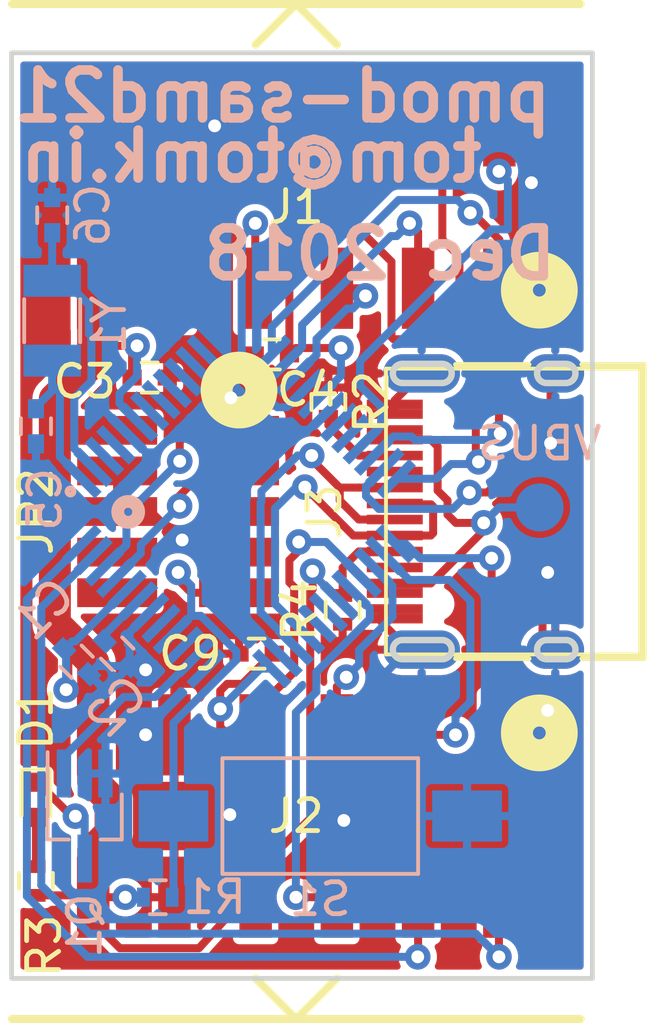
<source format=kicad_pcb>
(kicad_pcb (version 20171130) (host pcbnew 5.0.1)
  (layers (0 F.Cu signal) (31 B.Cu signal) (34 B.Paste user) (35 F.Paste user) (36 B.SilkS user) (37 F.SilkS user) (38 B.Mask user hide) (39 F.Mask user hide) (44 Edge.Cuts user))
  (net 0 "")
  (net 1 GND)
  (net 2 +3V3)
  (net 3 "Net-(C2-Pad1)")
  (net 4 "Net-(C5-Pad2)")
  (net 5 "Net-(C6-Pad1)")
  (net 6 /SER2_0)
  (net 7 /SER0_0)
  (net 8 /SER2_1)
  (net 9 /SER0_1)
  (net 10 /SER2_2)
  (net 11 /SER0_2)
  (net 12 /SER2_3)
  (net 13 /SER0_3)
  (net 14 /SER5_3)
  (net 15 /SER1_3)
  (net 16 /SER5_2)
  (net 17 /SER1_2)
  (net 18 /SER5_1)
  (net 19 /SER1_1)
  (net 20 /SER5_0)
  (net 21 /SER1_0)
  (net 22 /~RESET)
  (net 23 /SWCLK)
  (net 24 /SWDIO)
  (net 25 /BLUE_LED)
  (net 26 /USB_D+)
  (net 27 /USB_D-)
  (net 28 VBUS)
  (net 29 "Net-(D1-Pad1)")
  (net 30 "Net-(D1-Pad2)")
  (net 31 "Net-(J3-PadB5)")
  (net 32 "Net-(J3-PadA5)")
  (module tom-connectors:USB_C_Receptacle_GT-USB-7010 (layer F.Cu) (at 157.88 149.225 90)
    (fp_text reference J3 (at 0 -5.35 90) (layer F.SilkS))
    (fp_text value USB_C_Receptacle_USB2.0 hide)
    (fp_line (start 4.02 1.62) (end 4.02 2.22) (layer Edge.Cuts) (width 0.2))
    (fp_line (start 4.62 1.6) (end 4.62 2.2) (layer Edge.Cuts) (width 0.2))
    (fp_line (start -4.02 1.6) (end -4.02 2.2) (layer Edge.Cuts) (width 0.2))
    (fp_line (start -4.62 1.6) (end -4.62 2.2) (layer Edge.Cuts) (width 0.2))
    (fp_line (start 4.62 -2.91) (end 4.62 -1.67) (layer Edge.Cuts) (width 0.2))
    (fp_arc (start 4.32 -1.67) (end 4.62 -1.67) (angle 180) (layer Edge.Cuts) (width 0.2))
    (fp_line (start 4.02 -2.91) (end 4.02 -1.67) (layer Edge.Cuts) (width 0.2))
    (fp_arc (start 4.32 -2.91) (end 4.02 -2.91) (angle 180) (layer Edge.Cuts) (width 0.2))
    (fp_arc (start -4.32 -2.91) (end -4.62 -2.91) (angle 180) (layer Edge.Cuts) (width 0.2))
    (fp_arc (start -4.32 1.6) (end -4.62 1.6) (angle 180) (layer Edge.Cuts) (width 0.2))
    (fp_arc (start 4.32 1.6) (end 4.02 1.6) (angle 180) (layer Edge.Cuts) (width 0.2))
    (fp_arc (start 4.32 2.2) (end 4.62 2.2) (angle 180) (layer Edge.Cuts) (width 0.2))
    (fp_arc (start -4.32 2.2) (end -4.02 2.2) (angle 180) (layer Edge.Cuts) (width 0.2))
    (fp_arc (start -4.32 -1.67) (end -4.02 -1.67) (angle 180) (layer Edge.Cuts) (width 0.2))
    (fp_line (start -4.62 -2.91) (end -4.62 -1.67) (layer Edge.Cuts) (width 0.2))
    (fp_line (start -4.02 -2.91) (end -4.02 -1.67) (layer Edge.Cuts) (width 0.2))
    (pad S1 smd oval (at -4.32 1.87 90) (size 1.2 1.8) (layers F.Cu F.Paste F.Mask) (net 1 GND))
    (pad S1 smd oval (at 4.32 1.87 90) (size 1.2 1.8) (layers F.Cu F.Paste F.Mask) (net 1 GND))
    (pad S1 smd oval (at -4.32 -2.31 90) (size 1.2 2.4) (layers F.Cu F.Paste F.Mask) (net 1 GND))
    (pad S1 smd oval (at 4.32 -2.31 90) (size 1.2 2.4) (layers F.Cu F.Paste F.Mask) (net 1 GND))
    (pad "" np_thru_hole circle (at -2.89 -1.81 90) (size 0.65 0.65) (drill 0.65) (layers *.Cu *.Mask))
    (pad "" np_thru_hole circle (at 2.89 -1.81 90) (size 0.65 0.65) (drill 0.65) (layers *.Cu *.Mask))
    (pad A7 smd rect (at 0.25 -3.15 90) (size 0.3 1.75) (layers F.Cu F.Paste F.Mask) (net 27 /USB_D-))
    (pad B6 smd rect (at 0.75 -3.15 90) (size 0.3 1.75) (layers F.Cu F.Paste F.Mask) (net 26 /USB_D+))
    (pad A8 smd rect (at 1.25 -3.15 90) (size 0.3 1.75) (layers F.Cu F.Paste F.Mask))
    (pad B5 smd rect (at 1.75 -3.15 90) (size 0.3 1.75) (layers F.Cu F.Paste F.Mask) (net 31 "Net-(J3-PadB5)"))
    (pad B7 smd rect (at -0.75 -3.15 90) (size 0.3 1.75) (layers F.Cu F.Paste F.Mask) (net 27 /USB_D-))
    (pad B8 smd rect (at -1.75 -3.15 90) (size 0.3 1.75) (layers F.Cu F.Paste F.Mask))
    (pad A5 smd rect (at -1.25 -3.15 90) (size 0.3 1.75) (layers F.Cu F.Paste F.Mask) (net 32 "Net-(J3-PadA5)"))
    (pad A6 smd rect (at -0.25 -3.15 90) (size 0.3 1.75) (layers F.Cu F.Paste F.Mask) (net 26 /USB_D+))
    (pad A1 smd rect (at -3.35 -3.15 90) (size 0.3 1.75) (layers F.Cu F.Paste F.Mask) (net 1 GND))
    (pad B12 smd rect (at -3.05 -3.15 90) (size 0.3 1.75) (layers F.Cu F.Paste F.Mask) (net 1 GND))
    (pad A4 smd rect (at -2.55 -3.15 90) (size 0.3 1.75) (layers F.Cu F.Paste F.Mask) (net 28 VBUS))
    (pad B9 smd rect (at -2.25 -3.15 90) (size 0.3 1.75) (layers F.Cu F.Paste F.Mask) (net 28 VBUS))
    (pad A9 smd rect (at 2.55 -3.15 90) (size 0.3 1.75) (layers F.Cu F.Paste F.Mask) (net 28 VBUS))
    (pad B4 smd rect (at 2.25 -3.15 90) (size 0.3 1.75) (layers F.Cu F.Paste F.Mask) (net 28 VBUS))
    (pad B1 smd rect (at 3.05 -3.15 90) (size 0.3 1.75) (layers F.Cu F.Paste F.Mask) (net 1 GND))
    (pad A12 smd rect (at 3.35 -3.15 90) (size 0.3 1.75) (layers F.Cu F.Paste F.Mask) (net 1 GND))
    (pad S1 smd oval (at -4.32 -2.31 90) (size 1.2 2.4) (layers B.Cu B.Paste B.Mask) (net 1 GND))
    (pad S1 smd oval (at -4.32 1.87 90) (size 1.2 1.8) (layers B.Cu B.Paste B.Mask) (net 1 GND))
    (pad S1 smd oval (at 4.32 -2.31 90) (size 1.2 2.4) (layers B.Cu B.Paste B.Mask) (net 1 GND))
    (pad S1 smd oval (at 4.32 1.87 90) (size 1.2 1.8) (layers B.Cu B.Paste B.Mask) (net 1 GND))
  )
  (module tom-connectors:CONN_1.27_2x5 (layer F.Cu) (at 147.955 149.225 270)
    (fp_text reference JP2 (at 0 4.445 90) (layer F.SilkS))
    (fp_text value CORTEX_DEBUGPTH hide)
    (pad 9 smd rect (at 2.54 1.905 270) (size 0.9 2.5) (layers F.Cu F.Paste F.Mask))
    (pad 10 smd rect (at 2.54 -1.905 270) (size 0.9 2.5) (layers F.Cu F.Paste F.Mask) (net 22 /~RESET))
    (pad 7 smd rect (at 1.27 1.905 270) (size 0.9 2.5) (layers F.Cu F.Paste F.Mask))
    (pad 8 smd rect (at 1.27 -1.905 270) (size 0.9 2.5) (layers F.Cu F.Paste F.Mask))
    (pad 5 smd rect (at 0 1.905 270) (size 0.9 2.5) (layers F.Cu F.Paste F.Mask) (net 1 GND))
    (pad 6 smd rect (at 0 -1.905 270) (size 0.9 2.5) (layers F.Cu F.Paste F.Mask))
    (pad 3 smd rect (at -1.27 1.905 270) (size 0.9 2.5) (layers F.Cu F.Paste F.Mask) (net 1 GND))
    (pad 4 smd rect (at -1.27 -1.905 270) (size 0.9 2.5) (layers F.Cu F.Paste F.Mask) (net 23 /SWCLK))
    (pad 1 smd rect (at -2.54 1.905 270) (size 0.9 2.5) (layers F.Cu F.Paste F.Mask) (net 2 +3V3))
    (pad 2 smd rect (at -2.54 -1.905 270) (size 0.9 2.5) (layers F.Cu F.Paste F.Mask) (net 24 /SWDIO))
  )
  (module tom-connectors:2X6_SMD_RA_SOCKET (layer F.Cu) (at 151.65 158.75)
    (fp_text reference J2 (at 0 0) (layer F.SilkS))
    (fp_text value PMOD-2x6-FEMALE hide)
    (pad 12 smd rect (at -6.35 2.54 270) (size 2.54 1.016) (layers F.Cu F.Paste F.Mask) (net 2 +3V3))
    (pad 6 smd rect (at -6.35 -2.54 270) (size 2.54 1.016) (layers F.Cu F.Paste F.Mask) (net 2 +3V3))
    (pad 11 smd rect (at -3.81 2.54 270) (size 2.54 1.016) (layers F.Cu F.Paste F.Mask) (net 1 GND))
    (pad 5 smd rect (at -3.81 -2.54 270) (size 2.54 1.016) (layers F.Cu F.Paste F.Mask) (net 1 GND))
    (pad 10 smd rect (at -1.27 2.54 270) (size 2.54 1.016) (layers F.Cu F.Paste F.Mask) (net 14 /SER5_3))
    (pad 4 smd rect (at -1.27 -2.54 270) (size 2.54 1.016) (layers F.Cu F.Paste F.Mask) (net 15 /SER1_3))
    (pad 9 smd rect (at 1.27 2.54 270) (size 2.54 1.016) (layers F.Cu F.Paste F.Mask) (net 16 /SER5_2))
    (pad 3 smd rect (at 1.27 -2.54 270) (size 2.54 1.016) (layers F.Cu F.Paste F.Mask) (net 17 /SER1_2))
    (pad 8 smd rect (at 3.81 2.54 270) (size 2.54 1.016) (layers F.Cu F.Paste F.Mask) (net 18 /SER5_1))
    (pad 2 smd rect (at 3.81 -2.54 270) (size 2.54 1.016) (layers F.Cu F.Paste F.Mask) (net 19 /SER1_1))
    (pad 7 smd rect (at 6.35 2.54 270) (size 2.54 1.016) (layers F.Cu F.Paste F.Mask) (net 20 /SER5_0))
    (pad 1 smd rect (at 6.35 -2.54 270) (size 2.54 1.016) (layers F.Cu F.Paste F.Mask) (net 21 /SER1_0))
  )
  (module tom-connectors:2X6_SMD_RA_PLUG (layer F.Cu) (at 151.65 139.7 180)
    (fp_text reference J1 (at 0 0 180) (layer F.SilkS))
    (fp_text value PMOD-2x6-MALE hide)
    (pad 6 smd rect (at 6.35 -2.54 90) (size 2.54 1.016) (layers F.Cu F.Paste F.Mask) (net 2 +3V3))
    (pad 12 smd rect (at 6.35 2.54 90) (size 2.54 1.016) (layers F.Cu F.Paste F.Mask) (net 2 +3V3))
    (pad 5 smd rect (at 3.81 -2.54 90) (size 2.54 1.016) (layers F.Cu F.Paste F.Mask) (net 1 GND))
    (pad 11 smd rect (at 3.81 2.54 90) (size 2.54 1.016) (layers F.Cu F.Paste F.Mask) (net 1 GND))
    (pad 4 smd rect (at 1.27 -2.54 90) (size 2.54 1.016) (layers F.Cu F.Paste F.Mask) (net 13 /SER0_3))
    (pad 10 smd rect (at 1.27 2.54 90) (size 2.54 1.016) (layers F.Cu F.Paste F.Mask) (net 12 /SER2_3))
    (pad 3 smd rect (at -1.27 -2.54 90) (size 2.54 1.016) (layers F.Cu F.Paste F.Mask) (net 11 /SER0_2))
    (pad 9 smd rect (at -1.27 2.54 90) (size 2.54 1.016) (layers F.Cu F.Paste F.Mask) (net 10 /SER2_2))
    (pad 2 smd rect (at -3.81 -2.54 90) (size 2.54 1.016) (layers F.Cu F.Paste F.Mask) (net 9 /SER0_1))
    (pad 8 smd rect (at -3.81 2.54 90) (size 2.54 1.016) (layers F.Cu F.Paste F.Mask) (net 8 /SER2_1))
    (pad 1 smd rect (at -6.35 -2.54 90) (size 2.54 1.016) (layers F.Cu F.Paste F.Mask) (net 7 /SER0_0))
    (pad 7 smd rect (at -6.35 2.54 90) (size 2.54 1.016) (layers F.Cu F.Paste F.Mask) (net 6 /SER2_0))
  )
  (module tom-semiconductors:QFP50P900X900X120-48N (layer B.Cu) (at 149.86 149.225 315)
    (fp_text reference U1 hide)
    (fp_text value ATSAMD21G-A hide)
    (pad 1 smd rect (at -4.2 2.75 135) (size 1.45 0.3) (layers B.Cu B.Paste B.Mask) (net 4 "Net-(C5-Pad2)"))
    (pad 2 smd rect (at -4.2 2.25 135) (size 1.45 0.3) (layers B.Cu B.Paste B.Mask) (net 5 "Net-(C6-Pad1)"))
    (pad 3 smd rect (at -4.2 1.749999 135) (size 1.45 0.3) (layers B.Cu B.Paste B.Mask))
    (pad 4 smd rect (at -4.2 1.25 135) (size 1.45 0.3) (layers B.Cu B.Paste B.Mask))
    (pad 5 smd rect (at -4.2 0.750001 135) (size 1.45 0.3) (layers B.Cu B.Paste B.Mask) (net 1 GND))
    (pad 6 smd rect (at -4.2 0.25 135) (size 1.45 0.3) (layers B.Cu B.Paste B.Mask) (net 2 +3V3))
    (pad 7 smd rect (at -4.2 -0.25 135) (size 1.45 0.3) (layers B.Cu B.Paste B.Mask))
    (pad 8 smd rect (at -4.2 -0.750001 135) (size 1.45 0.3) (layers B.Cu B.Paste B.Mask))
    (pad 9 smd rect (at -4.2 -1.25 135) (size 1.45 0.3) (layers B.Cu B.Paste B.Mask))
    (pad 11 smd rect (at -4.2 -2.25 135) (size 1.45 0.3) (layers B.Cu B.Paste B.Mask))
    (pad 12 smd rect (at -4.2 -2.75 135) (size 1.45 0.3) (layers B.Cu B.Paste B.Mask))
    (pad 13 smd rect (at -2.75 -4.2 45) (size 1.45 0.3) (layers B.Cu B.Paste B.Mask) (net 7 /SER0_0))
    (pad 14 smd rect (at -2.25 -4.2 45) (size 1.45 0.3) (layers B.Cu B.Paste B.Mask) (net 9 /SER0_1))
    (pad 15 smd rect (at -1.749999 -4.2 45) (size 1.45 0.3) (layers B.Cu B.Paste B.Mask) (net 11 /SER0_2))
    (pad 16 smd rect (at -1.25 -4.2 45) (size 1.45 0.3) (layers B.Cu B.Paste B.Mask) (net 13 /SER0_3))
    (pad 17 smd rect (at -0.750001 -4.2 225) (size 1.45 0.3) (layers B.Cu B.Paste B.Mask) (net 2 +3V3))
    (pad 18 smd rect (at -0.25 -4.2 45) (size 1.45 0.3) (layers B.Cu B.Paste B.Mask) (net 1 GND))
    (pad 19 smd rect (at 0.25 -4.2 225) (size 1.45 0.3) (layers B.Cu B.Paste B.Mask))
    (pad 20 smd rect (at 0.750001 -4.2 225) (size 1.45 0.3) (layers B.Cu B.Paste B.Mask))
    (pad 21 smd rect (at 1.25 -4.2 225) (size 1.45 0.3) (layers B.Cu B.Paste B.Mask) (net 6 /SER2_0))
    (pad 22 smd rect (at 1.749999 -4.2 225) (size 1.45 0.3) (layers B.Cu B.Paste B.Mask) (net 8 /SER2_1))
    (pad 23 smd rect (at 2.25 -4.2 225) (size 1.45 0.3) (layers B.Cu B.Paste B.Mask) (net 10 /SER2_2))
    (pad 24 smd rect (at 2.75 -4.2 225) (size 1.45 0.3) (layers B.Cu B.Paste B.Mask) (net 12 /SER2_3))
    (pad 10 smd rect (at -4.2 -1.749999 135) (size 1.45 0.3) (layers B.Cu B.Paste B.Mask))
    (pad 25 smd rect (at 4.17 -2.75 315) (size 1.45 0.3) (layers B.Cu B.Paste B.Mask) (net 21 /SER1_0))
    (pad 26 smd rect (at 4.2 -2.25 315) (size 1.45 0.3) (layers B.Cu B.Paste B.Mask) (net 19 /SER1_1))
    (pad 27 smd rect (at 4.2 -1.749999 315) (size 1.45 0.3) (layers B.Cu B.Paste B.Mask) (net 17 /SER1_2))
    (pad 28 smd rect (at 4.2 -1.25 315) (size 1.45 0.3) (layers B.Cu B.Paste B.Mask) (net 15 /SER1_3))
    (pad 29 smd rect (at 4.2 -0.750001 315) (size 1.45 0.3) (layers B.Cu B.Paste B.Mask) (net 16 /SER5_2))
    (pad 30 smd rect (at 4.2 -0.25 315) (size 1.45 0.3) (layers B.Cu B.Paste B.Mask) (net 14 /SER5_3))
    (pad 31 smd rect (at 4.2 0.25 315) (size 1.45 0.3) (layers B.Cu B.Paste B.Mask))
    (pad 32 smd rect (at 4.2 0.750001 315) (size 1.45 0.3) (layers B.Cu B.Paste B.Mask))
    (pad 33 smd rect (at 4.2 1.25 315) (size 1.45 0.3) (layers B.Cu B.Paste B.Mask) (net 27 /USB_D-))
    (pad 35 smd rect (at 4.2 2.25 315) (size 1.45 0.3) (layers B.Cu B.Paste B.Mask) (net 1 GND))
    (pad 36 smd rect (at 4.2 2.75 315) (size 1.45 0.3) (layers B.Cu B.Paste B.Mask) (net 2 +3V3))
    (pad 34 smd rect (at 4.2 1.749999 315) (size 1.45 0.3) (layers B.Cu B.Paste B.Mask) (net 26 /USB_D+))
    (pad 37 smd rect (at 2.75 4.2 225) (size 1.45 0.3) (layers B.Cu B.Paste B.Mask))
    (pad 38 smd rect (at 2.25 4.2 225) (size 1.45 0.3) (layers B.Cu B.Paste B.Mask) (net 25 /BLUE_LED))
    (pad 39 smd rect (at 1.749999 4.2 225) (size 1.45 0.3) (layers B.Cu B.Paste B.Mask))
    (pad 40 smd rect (at 1.25 4.2 225) (size 1.45 0.3) (layers B.Cu B.Paste B.Mask) (net 22 /~RESET))
    (pad 41 smd rect (at 0.750001 4.2 225) (size 1.45 0.3) (layers B.Cu B.Paste B.Mask))
    (pad 42 smd rect (at 0.25 4.2 225) (size 1.45 0.3) (layers B.Cu B.Paste B.Mask) (net 1 GND))
    (pad 43 smd rect (at -0.25 4.2 45) (size 1.45 0.3) (layers B.Cu B.Paste B.Mask) (net 3 "Net-(C2-Pad1)"))
    (pad 44 smd rect (at -0.750001 4.2 45) (size 1.45 0.3) (layers B.Cu B.Paste B.Mask) (net 2 +3V3))
    (pad 45 smd rect (at -1.25 4.2 45) (size 1.45 0.3) (layers B.Cu B.Paste B.Mask) (net 23 /SWCLK))
    (pad 46 smd rect (at -1.749999 4.2 45) (size 1.45 0.3) (layers B.Cu B.Paste B.Mask) (net 24 /SWDIO))
    (pad 47 smd rect (at -2.25 4.2 45) (size 1.45 0.3) (layers B.Cu B.Paste B.Mask) (net 20 /SER5_0))
    (pad 48 smd rect (at -2.75 4.2 45) (size 1.45 0.3) (layers B.Cu B.Paste B.Mask) (net 18 /SER5_1))
  )
  (module Crystals:Crystal_SMD_3215-2pin_3.2x1.5mm (layer B.Cu) (at 144.018 143.256 90)
    (fp_text reference Y1 (at -0.127 1.778 270) (layer B.SilkS) (effects (justify mirror)))
    (fp_text value 32.768kHz hide)
    (pad 1 smd rect (at 1.25 0 90) (size 1 1.8) (layers B.Cu B.Paste B.Mask) (net 5 "Net-(C6-Pad1)"))
    (pad 2 smd rect (at -1.25 0 90) (size 1 1.8) (layers B.Cu B.Paste B.Mask) (net 4 "Net-(C5-Pad2)"))
  )
  (module Capacitors_SMD:C_0402 (layer B.Cu) (at 144.78 153.924 315)
    (fp_text reference C1 (at -1.885854 -0.449013 45) (layer B.SilkS) (effects (justify mirror)))
    (fp_text value 0.1uF hide)
    (pad 1 smd rect (at -0.55 0 315) (size 0.6 0.5) (layers B.Cu B.Paste B.Mask) (net 2 +3V3))
    (pad 2 smd rect (at 0.55 0 315) (size 0.6 0.5) (layers B.Cu B.Paste B.Mask) (net 1 GND))
  )
  (module Capacitors_SMD:C_0402 (layer B.Cu) (at 146.05 153.67 315)
    (fp_text reference C2 (at 1.167433 1.167433 45) (layer B.SilkS) (effects (justify mirror)))
    (fp_text value 0.1uF hide)
    (pad 1 smd rect (at -0.55 0 315) (size 0.6 0.5) (layers B.Cu B.Paste B.Mask) (net 3 "Net-(C2-Pad1)"))
    (pad 2 smd rect (at 0.55 0 315) (size 0.6 0.5) (layers B.Cu B.Paste B.Mask) (net 1 GND))
  )
  (module Capacitors_SMD:C_0402 (layer F.Cu) (at 147.066 145.034)
    (fp_text reference C3 (at -2.032 0.127) (layer F.SilkS))
    (fp_text value 0.1uF hide)
    (pad 1 smd rect (at -0.55 0) (size 0.6 0.5) (layers F.Cu F.Paste F.Mask) (net 2 +3V3))
    (pad 2 smd rect (at 0.55 0) (size 0.6 0.5) (layers F.Cu F.Paste F.Mask) (net 1 GND))
  )
  (module Capacitors_SMD:C_0402 (layer F.Cu) (at 150.885305 144.310608 180)
    (fp_text reference C4 (at -1.133695 -1.104392 180) (layer F.SilkS))
    (fp_text value 0.1uF hide)
    (pad 1 smd rect (at -0.55 0 180) (size 0.6 0.5) (layers F.Cu F.Paste F.Mask) (net 2 +3V3))
    (pad 2 smd rect (at 0.55 0 180) (size 0.6 0.5) (layers F.Cu F.Paste F.Mask) (net 1 GND))
  )
  (module Capacitors_SMD:C_0402 (layer B.Cu) (at 143.51 146.558 90)
    (fp_text reference C5 (at -2.286 0.2794 90) (layer B.SilkS) (effects (justify mirror)))
    (fp_text value 15pF hide)
    (pad 1 smd rect (at -0.55 0 90) (size 0.6 0.5) (layers B.Cu B.Paste B.Mask) (net 1 GND))
    (pad 2 smd rect (at 0.55 0 90) (size 0.6 0.5) (layers B.Cu B.Paste B.Mask) (net 4 "Net-(C5-Pad2)"))
  )
  (module Capacitors_SMD:C_0402 (layer B.Cu) (at 144.018 139.954 90)
    (fp_text reference C6 (at 0 1.27 90) (layer B.SilkS) (effects (justify mirror)))
    (fp_text value 15pF hide)
    (pad 1 smd rect (at -0.55 0 90) (size 0.6 0.5) (layers B.Cu B.Paste B.Mask) (net 5 "Net-(C6-Pad1)"))
    (pad 2 smd rect (at 0.55 0 90) (size 0.6 0.5) (layers B.Cu B.Paste B.Mask) (net 1 GND))
  )
  (module Capacitors_SMD:C_0402 (layer F.Cu) (at 150.41 153.67 180)
    (fp_text reference C9 (at 2.074 0 180) (layer F.SilkS))
    (fp_text value 0.1uF hide)
    (pad 1 smd rect (at -0.55 0 180) (size 0.6 0.5) (layers F.Cu F.Paste F.Mask) (net 2 +3V3))
    (pad 2 smd rect (at 0.55 0 180) (size 0.6 0.5) (layers F.Cu F.Paste F.Mask) (net 1 GND))
  )
  (module TO_SOT_Packages_SMD:SOT-323_SC-70_Handsoldering (layer B.Cu) (at 145.034 158.75 270)
    (fp_text reference Q1 (at 3.429 0 270) (layer B.SilkS) (effects (justify mirror)))
    (fp_text value 2N7002PW hide)
    (pad 1 smd rect (at -1.33 0.65) (size 0.45 1.5) (layers B.Cu B.Paste B.Mask) (net 25 /BLUE_LED))
    (pad 2 smd rect (at -1.33 -0.65) (size 0.45 1.5) (layers B.Cu B.Paste B.Mask) (net 1 GND))
    (pad 3 smd rect (at 1.33 0) (size 0.45 1.5) (layers B.Cu B.Paste B.Mask) (net 29 "Net-(D1-Pad1)"))
  )
  (module Resistors_SMD:R_0402 (layer B.Cu) (at 147.32 161.29 180)
    (fp_text reference R1 (at -1.778 0 180) (layer B.SilkS) (effects (justify mirror)))
    (fp_text value 10K hide)
    (pad 1 smd rect (at -0.45 0 180) (size 0.4 0.6) (layers B.Cu B.Paste B.Mask) (net 22 /~RESET))
    (pad 2 smd rect (at 0.45 0 180) (size 0.4 0.6) (layers B.Cu B.Paste B.Mask) (net 2 +3V3))
  )
  (module Resistors_SMD:R_0402 (layer F.Cu) (at 143.51 160.782 270)
    (fp_text reference R3 (at 2.032 -0.254 270) (layer F.SilkS))
    (fp_text value 330 hide)
    (pad 1 smd rect (at -0.45 0 270) (size 0.4 0.6) (layers F.Cu F.Paste F.Mask) (net 30 "Net-(D1-Pad2)"))
    (pad 2 smd rect (at 0.45 0 270) (size 0.4 0.6) (layers F.Cu F.Paste F.Mask) (net 2 +3V3))
  )
  (module LEDs:LED_0402 (layer F.Cu) (at 143.51 158.242 270)
    (fp_text reference D1 (at -2.54 0 270) (layer F.SilkS))
    (fp_text value LED hide)
    (pad 2 smd rect (at 0.55 0 90) (size 0.6 0.7) (layers F.Cu F.Paste F.Mask) (net 30 "Net-(D1-Pad2)"))
    (pad 1 smd rect (at -0.55 0 90) (size 0.6 0.7) (layers F.Cu F.Paste F.Mask) (net 29 "Net-(D1-Pad1)"))
  )
  (module tom-mechanical:SW_SPST_SMD_2PIN_3.5x6.0 (layer B.Cu) (at 152.4 158.75)
    (fp_text reference S1 (at 0 2.6) (layer B.SilkS) (effects (justify mirror)))
    (fp_text value SWITCH-MOMENTARY-2SMD hide)
    (pad 1 smd rect (at -4.59 0) (size 2.18 1.6) (layers B.Cu B.Paste B.Mask) (net 22 /~RESET))
    (pad 2 smd rect (at 4.59 0) (size 2.18 1.6) (layers B.Cu B.Paste B.Mask) (net 1 GND))
  )
  (module Measurement_Points:Measurement_Point_Round-SMD-Pad_Small (layer B.Cu) (at 159.258 149.098)
    (fp_text reference TP1 hide)
    (fp_text value VBUS (at 0 -2) (layer B.SilkS) (effects (justify mirror)))
    (pad 1 smd circle (at 0 0) (size 1.5 1.5) (layers B.Cu B.Mask) (net 28 VBUS))
  )
  (module Resistors_SMD:R_0402 (layer F.Cu) (at 152.654 145.796 270)
    (fp_text reference R2 (at 0 -1.35 270) (layer F.SilkS))
    (fp_text value 5.1k hide)
    (pad 1 smd rect (at -0.45 0 270) (size 0.4 0.6) (layers F.Cu F.Paste F.Mask) (net 1 GND))
    (pad 2 smd rect (at 0.45 0 270) (size 0.4 0.6) (layers F.Cu F.Paste F.Mask) (net 31 "Net-(J3-PadB5)"))
  )
  (module Resistors_SMD:R_0402 (layer F.Cu) (at 153.1 152.3 90)
    (fp_text reference R4 (at 0 -1.35 90) (layer F.SilkS))
    (fp_text value 5.1k)
    (pad 2 smd rect (at 0.45 0 90) (size 0.4 0.6) (layers F.Cu F.Paste F.Mask) (net 32 "Net-(J3-PadA5)"))
    (pad 1 smd rect (at -0.45 0 90) (size 0.4 0.6) (layers F.Cu F.Paste F.Mask) (net 1 GND))
  )
  (gr_text "Dec 2018" (at 154.2669 141.1732) (layer B.SilkS) (effects (font (size 1.5 1.5) (thickness 0.3)) (justify mirror)))
  (gr_text pmod-samd21 (at 151.2189 136.2329) (layer B.SilkS) (effects (font (size 1.5 1.5) (thickness 0.3)) (justify mirror)))
  (gr_text tom@tomk.in (at 150.241 138.1125) (layer B.SilkS) (effects (font (size 1.5 1.5) (thickness 0.3)) (justify mirror)))
  (gr_line (start 142.748 163.8173) (end 142.7607 163.83) (layer Edge.Cuts) (width 0.15))
  (gr_line (start 142.748 134.874) (end 142.748 163.8173) (layer Edge.Cuts) (width 0.15))
  (gr_line (start 160.909 134.874) (end 142.748 134.874) (layer Edge.Cuts) (width 0.15))
  (gr_line (start 160.909 163.83) (end 160.909 134.874) (layer Edge.Cuts) (width 0.15))
  (gr_line (start 142.7607 163.83) (end 160.909 163.83) (layer Edge.Cuts) (width 0.15))
  (via (at 149.574246 158.707433) (size 0.8) (drill 0.4) (layers F.Cu B.Cu) (net 1))
  (via (at 149.098 137.16) (size 0.8) (drill 0.4) (layers F.Cu B.Cu) (net 1))
  (via (at 159.004 138.938) (size 0.8) (drill 0.4) (layers F.Cu B.Cu) (net 1))
  (via (at 159.512 151.13) (size 0.8) (drill 0.4) (layers F.Cu B.Cu) (net 1))
  (segment (start 155.17 144.905) (end 155.17 145.035) (width 0.25) (layer F.Cu) (net 1))
  (via (at 159.512 155.448) (size 0.8) (drill 0.4) (layers F.Cu B.Cu) (net 1))
  (segment (start 149.86 152.908) (end 149.86 153.67) (width 0.25) (layer F.Cu) (net 1))
  (segment (start 149.86 152.908) (end 148.59 152.908) (width 0.25) (layer F.Cu) (net 1))
  (segment (start 148.59 152.908) (end 147.955 153.543) (width 0.25) (layer F.Cu) (net 1))
  (via (at 146.939 156.21) (size 0.8) (drill 0.4) (layers F.Cu B.Cu) (net 1))
  (segment (start 145.422909 154.058909) (end 145.168909 154.312909) (width 0.25) (layer B.Cu) (net 1))
  (segment (start 146.438909 154.058909) (end 145.422909 154.058909) (width 0.25) (layer B.Cu) (net 1))
  (segment (start 146.438909 152.999644) (end 146.438909 154.058909) (width 0.25) (layer B.Cu) (net 1))
  (segment (start 147.066928 152.371625) (end 146.438909 152.999644) (width 0.25) (layer B.Cu) (net 1))
  (segment (start 154.33 152.275) (end 154.33 152.575) (width 0.25) (layer F.Cu) (net 1))
  (segment (start 154.33 152.705) (end 155.17 153.545) (width 0.25) (layer F.Cu) (net 1))
  (segment (start 154.33 152.575) (end 154.33 152.705) (width 0.25) (layer F.Cu) (net 1))
  (via (at 146.939 154.178) (size 0.8) (drill 0.4) (layers F.Cu B.Cu) (net 1))
  (segment (start 146.685 154.305) (end 146.438909 154.058909) (width 0.25) (layer B.Cu) (net 1))
  (segment (start 147.066 154.305) (end 146.685 154.305) (width 0.25) (layer B.Cu) (net 1))
  (segment (start 146.949996 147.375657) (end 146.949996 147.817004) (width 0.25) (layer B.Cu) (net 1))
  (segment (start 146.359821 146.785482) (end 146.949996 147.375657) (width 0.25) (layer B.Cu) (net 1))
  (segment (start 143.51 147.658) (end 143.51 147.108) (width 0.25) (layer B.Cu) (net 1))
  (segment (start 144.995423 149.143423) (end 143.51 147.658) (width 0.25) (layer B.Cu) (net 1))
  (segment (start 145.623577 149.143423) (end 144.995423 149.143423) (width 0.25) (layer B.Cu) (net 1))
  (segment (start 146.949996 147.817004) (end 145.623577 149.143423) (width 0.25) (layer B.Cu) (net 1))
  (via (at 148.082 150.114) (size 0.8) (drill 0.4) (layers F.Cu B.Cu) (net 1))
  (segment (start 149.86 152.908) (end 149.86 151.892) (width 0.25) (layer B.Cu) (net 1))
  (segment (start 149.86 151.892) (end 148.082 150.114) (width 0.25) (layer B.Cu) (net 1))
  (segment (start 159.35 153.545) (end 159.35 151.292) (width 0.25) (layer F.Cu) (net 1))
  (segment (start 159.35 151.292) (end 159.512 151.13) (width 0.25) (layer F.Cu) (net 1))
  (via (at 153.13771 158.888099) (size 0.8) (drill 0.4) (layers F.Cu B.Cu) (net 1))
  (segment (start 146.949995 147.375656) (end 147.254587 147.375656) (width 0.25) (layer B.Cu) (net 1))
  (segment (start 146.359821 146.785482) (end 146.949995 147.375656) (width 0.25) (layer B.Cu) (net 1))
  (segment (start 147.254587 147.375656) (end 147.844761 146.785482) (width 0.25) (layer B.Cu) (net 1))
  (segment (start 147.844761 146.785482) (end 148.596284 146.785482) (width 0.25) (layer B.Cu) (net 1))
  (segment (start 148.596284 146.785482) (end 149.835117 148.024315) (width 0.25) (layer B.Cu) (net 1))
  (segment (start 149.835117 148.024315) (end 149.835117 148.59) (width 0.25) (layer B.Cu) (net 1))
  (segment (start 152.027558 146.668549) (end 150.605549 146.668549) (width 0.25) (layer B.Cu) (net 1))
  (segment (start 152.617732 146.078375) (end 152.027558 146.668549) (width 0.25) (layer B.Cu) (net 1))
  (segment (start 150.005999 146.068999) (end 149.606 145.669) (width 0.25) (layer B.Cu) (net 1))
  (segment (start 152.653072 146.078375) (end 152.617732 146.078375) (width 0.25) (layer B.Cu) (net 1))
  (segment (start 150.605549 146.668549) (end 150.005999 146.068999) (width 0.25) (layer B.Cu) (net 1))
  (via (at 149.606 145.669) (size 0.8) (drill 0.4) (layers F.Cu B.Cu) (net 1))
  (segment (start 155.17 153.545) (end 153.13771 155.57729) (width 0.25) (layer B.Cu) (net 1))
  (segment (start 153.13771 158.322414) (end 153.13771 158.888099) (width 0.25) (layer B.Cu) (net 1))
  (segment (start 153.13771 155.57729) (end 153.13771 158.322414) (width 0.25) (layer B.Cu) (net 1))
  (via (at 159.60201 147.088875) (size 0.8) (drill 0.4) (layers F.Cu B.Cu) (net 1))
  (segment (start 159.60201 146.52319) (end 159.60201 147.088875) (width 0.25) (layer F.Cu) (net 1))
  (segment (start 159.60201 145.15701) (end 159.60201 146.52319) (width 0.25) (layer F.Cu) (net 1))
  (segment (start 159.35 144.905) (end 159.60201 145.15701) (width 0.25) (layer F.Cu) (net 1))
  (segment (start 159.75 153.545) (end 159.75 151.3807) (width 0.25) (layer F.Cu) (net 1))
  (segment (start 159.75 151.3807) (end 159.512 151.1427) (width 0.25) (layer F.Cu) (net 1))
  (segment (start 154.12 153.545) (end 153.8259 153.2509) (width 0.25) (layer F.Cu) (net 1))
  (segment (start 155.57 153.545) (end 154.12 153.545) (width 0.25) (layer F.Cu) (net 1))
  (segment (start 153.8259 153.2509) (end 153.0731 153.2509) (width 0.25) (layer F.Cu) (net 1))
  (segment (start 147.653659 149.776341) (end 147.726341 149.776341) (width 0.25) (layer F.Cu) (net 1))
  (segment (start 147.102318 149.225) (end 147.653659 149.776341) (width 0.25) (layer F.Cu) (net 1))
  (segment (start 146.05 149.225) (end 147.102318 149.225) (width 0.25) (layer F.Cu) (net 1))
  (segment (start 147.726341 149.776341) (end 148.075 150.125) (width 0.25) (layer F.Cu) (net 1))
  (segment (start 146.05 147.955) (end 146.05 149.225) (width 0.25) (layer F.Cu) (net 1))
  (segment (start 154.73 145.745) (end 155.57 144.905) (width 0.25) (layer F.Cu) (net 1))
  (segment (start 154.73 145.875) (end 154.73 145.745) (width 0.25) (layer F.Cu) (net 1))
  (segment (start 154.73 146.175) (end 154.73 145.875) (width 0.25) (layer F.Cu) (net 1))
  (segment (start 153.901 145.346) (end 152.654 145.346) (width 0.25) (layer F.Cu) (net 1))
  (segment (start 154.73 146.175) (end 153.901 145.346) (width 0.25) (layer F.Cu) (net 1))
  (segment (start 144.736735 153.287604) (end 146.359821 151.664518) (width 0.25) (layer B.Cu) (net 2))
  (segment (start 144.638578 153.287604) (end 144.736735 153.287604) (width 0.25) (layer B.Cu) (net 2))
  (segment (start 144.391091 153.535091) (end 144.638578 153.287604) (width 0.25) (layer B.Cu) (net 2))
  (segment (start 149.271998 154.833491) (end 149.271998 155.399176) (width 0.25) (layer F.Cu) (net 2))
  (segment (start 150.96 153.67) (end 150.91 153.67) (width 0.25) (layer F.Cu) (net 2))
  (segment (start 150.531782 154.139392) (end 149.271998 155.399176) (width 0.25) (layer B.Cu) (net 2))
  (segment (start 150.885305 154.139392) (end 150.531782 154.139392) (width 0.25) (layer B.Cu) (net 2))
  (segment (start 149.49049 154.614999) (end 149.271998 154.833491) (width 0.25) (layer F.Cu) (net 2))
  (segment (start 149.965001 154.614999) (end 149.49049 154.614999) (width 0.25) (layer F.Cu) (net 2))
  (segment (start 150.91 153.67) (end 149.965001 154.614999) (width 0.25) (layer F.Cu) (net 2))
  (via (at 149.271998 155.399176) (size 0.8) (drill 0.4) (layers F.Cu B.Cu) (net 2))
  (segment (start 145.242 161.232) (end 145.3 161.29) (width 0.25) (layer F.Cu) (net 2))
  (segment (start 143.51 161.232) (end 145.242 161.232) (width 0.25) (layer F.Cu) (net 2))
  (via (at 146.304 161.29) (size 0.8) (drill 0.4) (layers F.Cu B.Cu) (net 2))
  (segment (start 146.87 161.29) (end 146.304 161.29) (width 0.25) (layer B.Cu) (net 2))
  (segment (start 146.304 161.29) (end 145.3 161.29) (width 0.25) (layer F.Cu) (net 2))
  (segment (start 145.3 137.16) (end 145.3 142.24) (width 1) (layer F.Cu) (net 2))
  (segment (start 145.3 157.683047) (end 145.3 156.21) (width 1) (layer F.Cu) (net 2))
  (segment (start 145.843658 158.226705) (end 145.3 157.683047) (width 1) (layer F.Cu) (net 2))
  (segment (start 145.843658 159.282707) (end 145.843658 158.226705) (width 1) (layer F.Cu) (net 2))
  (segment (start 145.3 159.826365) (end 145.843658 159.282707) (width 1) (layer F.Cu) (net 2))
  (segment (start 145.3 161.29) (end 145.3 159.826365) (width 1) (layer F.Cu) (net 2))
  (segment (start 145.3 153.94) (end 145.3 156.21) (width 1) (layer F.Cu) (net 2))
  (segment (start 144.099999 145.710001) (end 144.099999 152.739999) (width 1) (layer F.Cu) (net 2))
  (segment (start 145.3 144.51) (end 144.099999 145.710001) (width 1) (layer F.Cu) (net 2))
  (segment (start 145.3 142.24) (end 145.3 144.51) (width 1) (layer F.Cu) (net 2))
  (segment (start 145.3 144.51) (end 145.288 144.498) (width 0.25) (layer F.Cu) (net 2))
  (segment (start 144.522 153.162) (end 144.522 154.436) (width 0.25) (layer F.Cu) (net 2))
  (segment (start 144.099999 152.739999) (end 144.522 153.162) (width 1) (layer F.Cu) (net 2))
  (segment (start 144.522 153.162) (end 145.3 153.94) (width 1) (layer F.Cu) (net 2))
  (segment (start 144.522 154.436) (end 144.272 154.686) (width 0.25) (layer F.Cu) (net 2))
  (via (at 144.452067 154.798151) (size 0.8) (drill 0.4) (layers F.Cu B.Cu) (net 2))
  (segment (start 144.272 154.686) (end 144.384151 154.798151) (width 0.25) (layer F.Cu) (net 2))
  (segment (start 144.384151 154.798151) (end 144.452067 154.798151) (width 0.25) (layer F.Cu) (net 2))
  (segment (start 144.452067 153.596067) (end 144.391091 153.535091) (width 0.25) (layer B.Cu) (net 2))
  (segment (start 144.452067 154.798151) (end 144.452067 153.596067) (width 0.25) (layer B.Cu) (net 2))
  (segment (start 146.516 145.034) (end 146.516 144.19632) (width 0.25) (layer F.Cu) (net 2))
  (segment (start 146.671165 144.60684) (end 146.671165 144.041155) (width 0.25) (layer B.Cu) (net 2))
  (segment (start 145.288 144.018) (end 145.311155 144.041155) (width 0.25) (layer F.Cu) (net 2))
  (segment (start 146.671165 144.989198) (end 146.671165 144.60684) (width 0.25) (layer B.Cu) (net 2))
  (segment (start 146.1232 145.537163) (end 146.671165 144.989198) (width 0.25) (layer B.Cu) (net 2))
  (segment (start 146.1232 145.841753) (end 146.1232 145.537163) (width 0.25) (layer B.Cu) (net 2))
  (segment (start 146.713375 146.431928) (end 146.1232 145.841753) (width 0.25) (layer B.Cu) (net 2))
  (segment (start 146.516 144.19632) (end 146.671165 144.041155) (width 0.25) (layer F.Cu) (net 2))
  (segment (start 145.311155 144.041155) (end 146.10548 144.041155) (width 0.25) (layer F.Cu) (net 2))
  (via (at 146.671165 144.041155) (size 0.8) (drill 0.4) (layers F.Cu B.Cu) (net 2))
  (segment (start 146.10548 144.041155) (end 146.671165 144.041155) (width 0.25) (layer F.Cu) (net 2))
  (segment (start 146.133001 162.885001) (end 145.3 162.052) (width 0.25) (layer F.Cu) (net 2))
  (segment (start 148.608001 162.885001) (end 146.133001 162.885001) (width 0.25) (layer F.Cu) (net 2))
  (segment (start 145.3 162.052) (end 145.3 161.29) (width 0.25) (layer F.Cu) (net 2))
  (segment (start 149.479 161.925) (end 148.608001 162.885001) (width 0.25) (layer F.Cu) (net 2))
  (segment (start 149.271998 155.399176) (end 149.271998 155.964861) (width 0.25) (layer F.Cu) (net 2))
  (segment (start 149.271998 155.964861) (end 149.479 156.171863) (width 0.25) (layer F.Cu) (net 2))
  (segment (start 149.479 159.827998) (end 150.368 158.938998) (width 0.25) (layer F.Cu) (net 2))
  (segment (start 149.479 161.925) (end 149.479 159.827998) (width 0.25) (layer F.Cu) (net 2))
  (segment (start 150.368 158.242) (end 149.931001 157.805001) (width 0.25) (layer F.Cu) (net 2))
  (segment (start 149.931001 157.805001) (end 149.611999 157.805001) (width 0.25) (layer F.Cu) (net 2))
  (segment (start 149.611999 157.805001) (end 149.479 157.672002) (width 0.25) (layer F.Cu) (net 2))
  (segment (start 150.368 158.938998) (end 150.368 158.242) (width 0.25) (layer F.Cu) (net 2))
  (segment (start 149.479 157.672002) (end 149.479 156.21) (width 0.25) (layer F.Cu) (net 2))
  (segment (start 151.435305 144.310608) (end 151.435305 139.738605) (width 0.25) (layer F.Cu) (net 2))
  (segment (start 151.435305 139.738605) (end 151.1046 139.4079) (width 0.25) (layer F.Cu) (net 2))
  (segment (start 151.1046 139.4079) (end 145.415 139.4079) (width 0.25) (layer F.Cu) (net 2))
  (segment (start 145.3 139.2929) (end 145.3 137.16) (width 0.25) (layer F.Cu) (net 2))
  (segment (start 145.415 139.4079) (end 145.3 139.2929) (width 0.25) (layer F.Cu) (net 2))
  (via (at 153.048316 144.110012) (size 0.8) (drill 0.4) (layers F.Cu B.Cu) (net 2))
  (segment (start 153.048316 144.976023) (end 153.048316 144.110012) (width 0.25) (layer B.Cu) (net 2))
  (segment (start 152.299518 145.724821) (end 153.048316 144.976023) (width 0.25) (layer B.Cu) (net 2))
  (segment (start 151.635901 144.110012) (end 151.435305 144.310608) (width 0.25) (layer F.Cu) (net 2))
  (segment (start 153.048316 144.110012) (end 151.635901 144.110012) (width 0.25) (layer F.Cu) (net 2))
  (segment (start 144.55 146.685) (end 144.1 146.235) (width 0.25) (layer F.Cu) (net 2))
  (segment (start 146.05 146.685) (end 144.55 146.685) (width 0.25) (layer F.Cu) (net 2))
  (segment (start 144.1 146.235) (end 144.1 145.725) (width 0.25) (layer F.Cu) (net 2))
  (segment (start 145.661091 153.070356) (end 145.661091 153.281091) (width 0.25) (layer B.Cu) (net 3))
  (segment (start 146.713375 152.018072) (end 145.661091 153.070356) (width 0.25) (layer B.Cu) (net 3))
  (segment (start 143.51 145.958) (end 144.018 145.45) (width 0.25) (layer B.Cu) (net 4))
  (segment (start 143.51 146.008) (end 143.51 145.958) (width 0.25) (layer B.Cu) (net 4))
  (segment (start 144.018 145.45) (end 144.018 144.505999) (width 0.25) (layer B.Cu) (net 4))
  (segment (start 144.018 145.255999) (end 144.018 144.505999) (width 0.25) (layer B.Cu) (net 4))
  (segment (start 144.945608 148.199695) (end 144.258976 147.513063) (width 0.25) (layer B.Cu) (net 4))
  (segment (start 144.258976 147.513063) (end 144.258976 145.496975) (width 0.25) (layer B.Cu) (net 4))
  (segment (start 144.258976 145.496975) (end 144.018 145.255999) (width 0.25) (layer B.Cu) (net 4))
  (segment (start 144.018 140.504) (end 144.018 142.006001) (width 0.25) (layer B.Cu) (net 5))
  (segment (start 144.708987 147.255968) (end 144.708987 145.678554) (width 0.25) (layer B.Cu) (net 5))
  (segment (start 144.708987 145.678554) (end 145.243001 145.14454) (width 0.25) (layer B.Cu) (net 5))
  (segment (start 145.243001 143.745998) (end 145.168 143.670997) (width 0.25) (layer B.Cu) (net 5))
  (segment (start 145.168 143.670997) (end 145.168 142.756001) (width 0.25) (layer B.Cu) (net 5))
  (segment (start 144.418 142.006001) (end 144.018 142.006001) (width 0.25) (layer B.Cu) (net 5))
  (segment (start 145.168 142.756001) (end 144.418 142.006001) (width 0.25) (layer B.Cu) (net 5))
  (segment (start 145.243001 145.14454) (end 145.243001 143.745998) (width 0.25) (layer B.Cu) (net 5))
  (segment (start 145.299161 147.846142) (end 144.708987 147.255968) (width 0.25) (layer B.Cu) (net 5))
  (via (at 157.988 138.5824) (size 0.8) (drill 0.4) (layers F.Cu B.Cu) (net 6))
  (segment (start 158 137.16) (end 158 138.5704) (width 0.25) (layer F.Cu) (net 6))
  (segment (start 158 138.5704) (end 157.988 138.5824) (width 0.25) (layer F.Cu) (net 6))
  (segment (start 157.988 138.5824) (end 158.2674 138.8618) (width 0.25) (layer B.Cu) (net 6))
  (segment (start 158.2674 138.8618) (end 158.2674 140.3985) (width 0.25) (layer B.Cu) (net 6))
  (segment (start 153.713732 147.139035) (end 154.303907 146.54886) (width 0.25) (layer B.Cu) (net 6))
  (segment (start 153.64499 145.288151) (end 153.64499 144.521849) (width 0.25) (layer B.Cu) (net 6))
  (segment (start 154.303907 146.54886) (end 154.303907 145.947068) (width 0.25) (layer B.Cu) (net 6))
  (segment (start 153.64499 144.521849) (end 157.767973 140.398866) (width 0.25) (layer B.Cu) (net 6))
  (segment (start 157.767973 140.398866) (end 158.267035 140.398866) (width 0.25) (layer B.Cu) (net 6))
  (segment (start 154.303907 145.947068) (end 153.64499 145.288151) (width 0.25) (layer B.Cu) (net 6))
  (segment (start 150.885305 144.310608) (end 150.885305 143.443693) (width 0.25) (layer B.Cu) (net 7))
  (via (at 157.092014 139.879719) (size 0.8) (drill 0.4) (layers F.Cu B.Cu) (net 7))
  (segment (start 158 140.72) (end 157.159719 139.879719) (width 0.25) (layer F.Cu) (net 7))
  (segment (start 150.885305 143.443693) (end 154.849278 139.47972) (width 0.25) (layer B.Cu) (net 7))
  (segment (start 154.849278 139.47972) (end 156.692015 139.47972) (width 0.25) (layer B.Cu) (net 7))
  (segment (start 158 142.24) (end 158 140.72) (width 0.25) (layer F.Cu) (net 7))
  (segment (start 156.692015 139.47972) (end 157.092014 139.879719) (width 0.25) (layer B.Cu) (net 7))
  (segment (start 157.159719 139.879719) (end 157.092014 139.879719) (width 0.25) (layer F.Cu) (net 7))
  (segment (start 155.357999 146.985001) (end 155.982001 146.985001) (width 0.25) (layer B.Cu) (net 8))
  (segment (start 154.680568 146.879305) (end 155.252303 146.879305) (width 0.25) (layer B.Cu) (net 8))
  (segment (start 155.252303 146.879305) (end 155.357999 146.985001) (width 0.25) (layer B.Cu) (net 8))
  (segment (start 154.067285 147.492588) (end 154.680568 146.879305) (width 0.25) (layer B.Cu) (net 8))
  (segment (start 155.982001 146.985001) (end 156.292347 146.985001) (width 0.25) (layer B.Cu) (net 8))
  (segment (start 156.292347 146.985001) (end 156.976799 146.985001) (width 0.25) (layer B.Cu) (net 8))
  (via (at 158.0261 146.7866) (size 0.8) (drill 0.4) (layers F.Cu B.Cu) (net 8))
  (segment (start 156.218 140.71512) (end 156.75209 141.24921) (width 0.25) (layer F.Cu) (net 8))
  (segment (start 156.75209 143.529979) (end 157.98911 144.766999) (width 0.25) (layer F.Cu) (net 8))
  (segment (start 157.98911 144.766999) (end 157.98911 146.347335) (width 0.25) (layer F.Cu) (net 8))
  (segment (start 156.75209 141.24921) (end 156.75209 143.529979) (width 0.25) (layer F.Cu) (net 8))
  (segment (start 155.46 137.922) (end 156.218 138.68) (width 0.25) (layer F.Cu) (net 8))
  (segment (start 155.46 137.16) (end 155.46 137.922) (width 0.25) (layer F.Cu) (net 8))
  (segment (start 157.98911 146.347335) (end 157.98911 146.91302) (width 0.25) (layer F.Cu) (net 8))
  (segment (start 156.218 138.68) (end 156.218 140.71512) (width 0.25) (layer F.Cu) (net 8))
  (segment (start 156.976799 146.985001) (end 157.916599 146.985001) (width 0.25) (layer B.Cu) (net 8))
  (segment (start 157.916599 146.985001) (end 157.988 146.9136) (width 0.25) (layer B.Cu) (net 8))
  (via (at 155.191991 140.208) (size 0.8) (drill 0.4) (layers F.Cu B.Cu) (net 9))
  (segment (start 155.46 140.476009) (end 155.191991 140.208) (width 0.25) (layer F.Cu) (net 9))
  (segment (start 155.46 142.24) (end 155.46 140.476009) (width 0.25) (layer F.Cu) (net 9))
  (segment (start 154.61091 140.607999) (end 154.791992 140.607999) (width 0.25) (layer B.Cu) (net 9))
  (segment (start 154.791992 140.607999) (end 155.191991 140.208) (width 0.25) (layer B.Cu) (net 9))
  (segment (start 151.832413 144.070606) (end 151.832413 143.386496) (width 0.25) (layer B.Cu) (net 9))
  (segment (start 151.238858 144.664161) (end 151.832413 144.070606) (width 0.25) (layer B.Cu) (net 9))
  (segment (start 151.832413 143.386496) (end 154.61091 140.607999) (width 0.25) (layer B.Cu) (net 9))
  (segment (start 152.92 137.16) (end 152.92 136.398) (width 0.25) (layer F.Cu) (net 10))
  (segment (start 153.936 135.382) (end 156.045002 135.382) (width 0.25) (layer F.Cu) (net 10))
  (segment (start 152.92 136.398) (end 153.936 135.382) (width 0.25) (layer F.Cu) (net 10))
  (via (at 157.06045 148.62831) (size 0.8) (drill 0.4) (layers F.Cu B.Cu) (net 10))
  (segment (start 158.714112 147.540333) (end 157.626135 148.62831) (width 0.25) (layer F.Cu) (net 10))
  (segment (start 153.830664 148.436317) (end 153.830664 148.740907) (width 0.25) (layer B.Cu) (net 10))
  (segment (start 154.420839 147.846142) (end 153.830664 148.436317) (width 0.25) (layer B.Cu) (net 10))
  (segment (start 157.626135 148.62831) (end 157.06045 148.62831) (width 0.25) (layer F.Cu) (net 10))
  (segment (start 154.23318 149.143423) (end 156.545337 149.143423) (width 0.25) (layer B.Cu) (net 10))
  (segment (start 160.02 142.7734) (end 158.52154 144.27186) (width 0.25) (layer F.Cu) (net 10))
  (segment (start 160.02 136.3091) (end 160.02 142.7734) (width 0.25) (layer F.Cu) (net 10))
  (segment (start 153.830664 148.740907) (end 154.23318 149.143423) (width 0.25) (layer B.Cu) (net 10))
  (segment (start 156.545337 149.143423) (end 156.660451 149.028309) (width 0.25) (layer B.Cu) (net 10))
  (segment (start 156.660451 149.028309) (end 157.06045 148.62831) (width 0.25) (layer B.Cu) (net 10))
  (segment (start 159.0929 135.382) (end 160.02 136.3091) (width 0.25) (layer F.Cu) (net 10))
  (segment (start 156.0449 135.382) (end 159.0929 135.382) (width 0.25) (layer F.Cu) (net 10))
  (segment (start 158.52154 144.27186) (end 158.52154 145.83424) (width 0.25) (layer F.Cu) (net 10))
  (segment (start 158.52154 145.83424) (end 158.877 146.1897) (width 0.25) (layer F.Cu) (net 10))
  (segment (start 158.877 146.1897) (end 158.877 147.3835) (width 0.25) (layer F.Cu) (net 10))
  (segment (start 158.877 147.3835) (end 158.7119 147.5486) (width 0.25) (layer F.Cu) (net 10))
  (via (at 153.814361 142.477552) (size 0.8) (drill 0.4) (layers F.Cu B.Cu) (net 11))
  (segment (start 153.814361 142.376361) (end 153.814361 142.477552) (width 0.25) (layer F.Cu) (net 11))
  (segment (start 153.678 142.24) (end 153.814361 142.376361) (width 0.25) (layer F.Cu) (net 11))
  (segment (start 152.92 142.24) (end 153.678 142.24) (width 0.25) (layer F.Cu) (net 11))
  (segment (start 151.592412 145.017715) (end 152.282424 144.327703) (width 0.25) (layer B.Cu) (net 11))
  (segment (start 153.233535 142.877551) (end 153.414362 142.877551) (width 0.25) (layer B.Cu) (net 11))
  (segment (start 152.282424 143.828662) (end 153.233535 142.877551) (width 0.25) (layer B.Cu) (net 11))
  (segment (start 152.282424 144.327703) (end 152.282424 143.828662) (width 0.25) (layer B.Cu) (net 11))
  (segment (start 153.414362 142.877551) (end 153.814361 142.477552) (width 0.25) (layer B.Cu) (net 11))
  (segment (start 151.9 138.68) (end 154.626999 141.406999) (width 0.25) (layer F.Cu) (net 12))
  (segment (start 154.626999 141.406999) (end 154.626999 143.770001) (width 0.25) (layer F.Cu) (net 12))
  (segment (start 151.138 138.68) (end 151.9 138.68) (width 0.25) (layer F.Cu) (net 12))
  (segment (start 154.691999 143.835001) (end 155.79603 143.835001) (width 0.25) (layer F.Cu) (net 12))
  (segment (start 150.38 137.922) (end 151.138 138.68) (width 0.25) (layer F.Cu) (net 12))
  (segment (start 154.626999 143.770001) (end 154.691999 143.835001) (width 0.25) (layer F.Cu) (net 12))
  (segment (start 150.38 137.16) (end 150.38 137.922) (width 0.25) (layer F.Cu) (net 12))
  (segment (start 155.79603 143.835001) (end 156.008162 143.835001) (width 0.25) (layer F.Cu) (net 12))
  (segment (start 154.774392 148.199695) (end 155.797563 148.199695) (width 0.25) (layer B.Cu) (net 12))
  (segment (start 155.797563 148.199695) (end 156.028805 148.199695) (width 0.25) (layer B.Cu) (net 12))
  (segment (start 156.028805 148.199695) (end 156.4894 147.7391) (width 0.25) (layer B.Cu) (net 12))
  (segment (start 156.56569 143.97999) (end 157.2641 144.6784) (width 0.25) (layer F.Cu) (net 12))
  (segment (start 156.153151 143.97999) (end 156.56569 143.97999) (width 0.25) (layer F.Cu) (net 12))
  (segment (start 156.008162 143.835001) (end 156.153151 143.97999) (width 0.25) (layer F.Cu) (net 12))
  (segment (start 157.2641 144.6784) (end 157.2641 145.5674) (width 0.25) (layer F.Cu) (net 12))
  (via (at 157.347091 147.670259) (size 0.8) (drill 0.4) (layers F.Cu B.Cu) (net 12))
  (segment (start 156.4894 147.7391) (end 157.3149 147.7391) (width 0.25) (layer B.Cu) (net 12))
  (segment (start 157.3149 147.7391) (end 157.3403 147.7137) (width 0.25) (layer B.Cu) (net 12))
  (segment (start 157.2641 145.5674) (end 157.2641 147.5867) (width 0.25) (layer F.Cu) (net 12))
  (segment (start 157.2641 147.5867) (end 157.353 147.6756) (width 0.25) (layer F.Cu) (net 12))
  (via (at 150.368 140.208) (size 0.8) (drill 0.4) (layers F.Cu B.Cu) (net 13))
  (segment (start 150.368 142.228) (end 150.38 142.24) (width 0.25) (layer F.Cu) (net 13))
  (segment (start 150.368 140.208) (end 150.368 142.228) (width 0.25) (layer F.Cu) (net 13))
  (segment (start 149.941577 140.634423) (end 149.968001 140.607999) (width 0.25) (layer B.Cu) (net 13))
  (segment (start 151.35579 145.961443) (end 151.0512 145.961443) (width 0.25) (layer B.Cu) (net 13))
  (segment (start 149.941577 144.85182) (end 149.941577 140.634423) (width 0.25) (layer B.Cu) (net 13))
  (segment (start 151.0512 145.961443) (end 149.941577 144.85182) (width 0.25) (layer B.Cu) (net 13))
  (segment (start 149.968001 140.607999) (end 150.368 140.208) (width 0.25) (layer B.Cu) (net 13))
  (segment (start 151.945965 145.371268) (end 151.35579 145.961443) (width 0.25) (layer B.Cu) (net 13))
  (segment (start 152.086999 151.730607) (end 152.086999 158.821001) (width 0.25) (layer F.Cu) (net 14))
  (segment (start 150.38 160.528) (end 150.38 161.29) (width 0.25) (layer F.Cu) (net 14))
  (segment (start 152.160021 151.171468) (end 152.160021 151.0919) (width 0.25) (layer B.Cu) (net 14))
  (via (at 152.160021 151.0919) (size 0.8) (drill 0.4) (layers F.Cu B.Cu) (net 14))
  (segment (start 153.006625 152.018072) (end 152.160021 151.171468) (width 0.25) (layer B.Cu) (net 14))
  (segment (start 152.086999 158.821001) (end 150.38 160.528) (width 0.25) (layer F.Cu) (net 14))
  (segment (start 152.160021 151.657585) (end 152.086999 151.730607) (width 0.25) (layer F.Cu) (net 14))
  (segment (start 152.160021 151.0919) (end 152.160021 151.657585) (width 0.25) (layer F.Cu) (net 14))
  (segment (start 153.713732 151.310965) (end 152.580267 150.1775) (width 0.25) (layer B.Cu) (net 15))
  (segment (start 151.43502 151.439901) (end 151.585001 151.589882) (width 0.25) (layer F.Cu) (net 15))
  (segment (start 151.585001 151.589882) (end 151.585001 154.242999) (width 0.25) (layer F.Cu) (net 15))
  (segment (start 151.585001 154.242999) (end 150.38 155.448) (width 0.25) (layer F.Cu) (net 15))
  (segment (start 150.38 155.448) (end 150.38 156.21) (width 0.25) (layer F.Cu) (net 15))
  (via (at 151.7269 150.1775) (size 0.8) (drill 0.4) (layers F.Cu B.Cu) (net 15))
  (segment (start 151.43502 150.743899) (end 151.43502 151.439901) (width 0.25) (layer F.Cu) (net 15))
  (segment (start 151.7269 150.1775) (end 151.7269 150.452019) (width 0.25) (layer F.Cu) (net 15))
  (segment (start 152.580267 150.1775) (end 151.7269 150.1775) (width 0.25) (layer B.Cu) (net 15))
  (segment (start 151.7269 150.452019) (end 151.43502 150.743899) (width 0.25) (layer F.Cu) (net 15))
  (via (at 151.638 161.29) (size 0.8) (drill 0.4) (layers F.Cu B.Cu) (net 16))
  (segment (start 151.638 161.29) (end 152.92 161.29) (width 0.25) (layer F.Cu) (net 16))
  (segment (start 151.638 161.29) (end 151.638 155.508048) (width 0.25) (layer B.Cu) (net 16))
  (segment (start 151.638 155.508048) (end 152.279044 154.867004) (width 0.25) (layer B.Cu) (net 16))
  (segment (start 153.943541 152.24788) (end 153.360179 151.664518) (width 0.25) (layer B.Cu) (net 16))
  (segment (start 152.279044 154.867004) (end 152.279044 154.248156) (width 0.25) (layer B.Cu) (net 16))
  (segment (start 152.279044 154.248156) (end 153.950353 152.576847) (width 0.25) (layer B.Cu) (net 16))
  (segment (start 153.950353 152.576847) (end 153.950353 152.254692) (width 0.25) (layer B.Cu) (net 16))
  (segment (start 153.950353 152.254692) (end 153.943541 152.24788) (width 0.25) (layer B.Cu) (net 16))
  (segment (start 154.65746 151.547587) (end 154.65746 152.51744) (width 0.25) (layer B.Cu) (net 17))
  (segment (start 154.067285 150.957412) (end 154.65746 151.547587) (width 0.25) (layer B.Cu) (net 17))
  (via (at 153.2128 154.4066) (size 0.8) (drill 0.4) (layers F.Cu B.Cu) (net 17))
  (segment (start 152.92 154.6994) (end 153.2128 154.4066) (width 0.25) (layer F.Cu) (net 17))
  (segment (start 152.92 156.21) (end 152.92 154.6994) (width 0.25) (layer F.Cu) (net 17))
  (segment (start 153.612799 154.006601) (end 153.612799 153.562101) (width 0.25) (layer B.Cu) (net 17))
  (segment (start 153.2128 154.4066) (end 153.612799 154.006601) (width 0.25) (layer B.Cu) (net 17))
  (segment (start 153.612799 153.562101) (end 154.6606 152.5143) (width 0.25) (layer B.Cu) (net 17))
  (segment (start 155.46 163.143) (end 155.448 163.155) (width 0.25) (layer F.Cu) (net 18))
  (segment (start 155.46 161.29) (end 155.46 163.143) (width 0.25) (layer F.Cu) (net 18))
  (via (at 155.448 163.155) (size 0.8) (drill 0.4) (layers F.Cu B.Cu) (net 18))
  (segment (start 155.448 163.155) (end 145.121 163.155) (width 0.25) (layer B.Cu) (net 18))
  (segment (start 143.227161 161.261161) (end 143.227161 151.968752) (width 0.25) (layer B.Cu) (net 18))
  (segment (start 143.227161 151.968752) (end 144.362246 150.833667) (width 0.25) (layer B.Cu) (net 18))
  (segment (start 145.121 163.155) (end 143.227161 161.261161) (width 0.25) (layer B.Cu) (net 18))
  (segment (start 144.362246 150.833667) (end 144.945608 150.250305) (width 0.25) (layer B.Cu) (net 18))
  (segment (start 155.181982 151.365001) (end 154.420839 150.603858) (width 0.25) (layer B.Cu) (net 19))
  (segment (start 156.445001 151.365001) (end 155.181982 151.365001) (width 0.25) (layer B.Cu) (net 19))
  (segment (start 155.46 156.21) (end 155.46 155.44) (width 0.25) (layer F.Cu) (net 19))
  (via (at 156.6291 156.21) (size 0.8) (drill 0.4) (layers F.Cu B.Cu) (net 19))
  (segment (start 155.46 156.21) (end 156.6291 156.21) (width 0.25) (layer F.Cu) (net 19))
  (segment (start 156.6291 156.21) (end 156.6291 155.644315) (width 0.25) (layer B.Cu) (net 19))
  (segment (start 157.09501 155.178405) (end 157.09501 152.01501) (width 0.25) (layer B.Cu) (net 19))
  (segment (start 156.6291 155.644315) (end 157.09501 155.178405) (width 0.25) (layer B.Cu) (net 19))
  (segment (start 157.09501 152.01501) (end 156.4513 151.3713) (width 0.25) (layer B.Cu) (net 19))
  (via (at 157.988 163.155) (size 0.8) (drill 0.4) (layers F.Cu B.Cu) (net 20))
  (segment (start 157.988 161.302) (end 158 161.29) (width 0.25) (layer F.Cu) (net 20))
  (segment (start 157.988 163.155) (end 157.988 161.302) (width 0.25) (layer F.Cu) (net 20))
  (segment (start 145.187586 162.429999) (end 157.262999 162.429999) (width 0.25) (layer B.Cu) (net 20))
  (segment (start 143.677172 152.225847) (end 143.677172 160.919585) (width 0.25) (layer B.Cu) (net 20))
  (segment (start 145.299161 150.603858) (end 143.677172 152.225847) (width 0.25) (layer B.Cu) (net 20))
  (segment (start 157.262999 162.429999) (end 157.588001 162.755001) (width 0.25) (layer B.Cu) (net 20))
  (segment (start 143.677172 160.919585) (end 145.187586 162.429999) (width 0.25) (layer B.Cu) (net 20))
  (segment (start 157.588001 162.755001) (end 157.988 163.155) (width 0.25) (layer B.Cu) (net 20))
  (via (at 157.758564 150.68301) (size 0.8) (drill 0.4) (layers F.Cu B.Cu) (net 21))
  (segment (start 157.758564 155.968564) (end 157.758564 150.68301) (width 0.25) (layer F.Cu) (net 21))
  (segment (start 158 156.21) (end 157.758564 155.968564) (width 0.25) (layer F.Cu) (net 21))
  (segment (start 155.519229 150.68301) (end 157.758564 150.68301) (width 0.25) (layer B.Cu) (net 21))
  (segment (start 154.753179 150.229092) (end 155.065311 150.229092) (width 0.25) (layer B.Cu) (net 21))
  (segment (start 155.065311 150.229092) (end 155.519229 150.68301) (width 0.25) (layer B.Cu) (net 21))
  (via (at 147.955 151.13) (size 0.8) (drill 0.4) (layers F.Cu B.Cu) (net 22))
  (segment (start 148.36421 151.53921) (end 147.955 151.13) (width 0.25) (layer B.Cu) (net 22))
  (segment (start 147.774035 153.078732) (end 148.36421 152.488557) (width 0.25) (layer B.Cu) (net 22))
  (segment (start 148.36421 152.488557) (end 148.36421 151.53921) (width 0.25) (layer B.Cu) (net 22))
  (segment (start 147.81 161.25) (end 147.77 161.29) (width 0.25) (layer B.Cu) (net 22))
  (segment (start 147.81 158.75) (end 147.81 161.25) (width 0.25) (layer B.Cu) (net 22))
  (segment (start 147.81 155.835855) (end 147.81 158.75) (width 0.25) (layer B.Cu) (net 22))
  (segment (start 149.778423 153.867432) (end 147.81 155.835855) (width 0.25) (layer B.Cu) (net 22))
  (segment (start 148.6688 152.488557) (end 149.778423 153.59818) (width 0.25) (layer B.Cu) (net 22))
  (segment (start 149.778423 153.59818) (end 149.778423 153.867432) (width 0.25) (layer B.Cu) (net 22))
  (segment (start 148.36421 152.488557) (end 148.6688 152.488557) (width 0.25) (layer B.Cu) (net 22))
  (segment (start 148.36 151.765) (end 147.95 151.355) (width 0.25) (layer F.Cu) (net 22))
  (segment (start 149.86 151.765) (end 148.36 151.765) (width 0.25) (layer F.Cu) (net 22))
  (segment (start 147.95 151.355) (end 147.95 151.125) (width 0.25) (layer F.Cu) (net 22))
  (segment (start 148.773568 147.955) (end 147.95 148.778568) (width 0.25) (layer F.Cu) (net 23))
  (segment (start 149.86 147.955) (end 148.773568 147.955) (width 0.25) (layer F.Cu) (net 23))
  (segment (start 147.95 148.778568) (end 147.95 149.1) (width 0.25) (layer F.Cu) (net 23))
  (segment (start 146.006268 151.310965) (end 146.789355 150.527878) (width 0.25) (layer B.Cu) (net 23))
  (segment (start 146.789355 150.527878) (end 146.789355 150.263645) (width 0.25) (layer B.Cu) (net 23))
  (segment (start 147.601661 149.451339) (end 148.00166 149.05134) (width 0.25) (layer B.Cu) (net 23))
  (via (at 148.00166 149.05134) (size 0.8) (drill 0.4) (layers F.Cu B.Cu) (net 23))
  (segment (start 146.789355 150.263645) (end 147.601661 149.451339) (width 0.25) (layer B.Cu) (net 23))
  (via (at 148.00566 147.649902) (size 0.8) (drill 0.4) (layers F.Cu B.Cu) (net 24))
  (segment (start 147.605661 148.049901) (end 148.00566 147.649902) (width 0.25) (layer B.Cu) (net 24))
  (segment (start 146.339347 150.27078) (end 146.339347 149.316215) (width 0.25) (layer B.Cu) (net 24))
  (segment (start 146.339347 149.316215) (end 147.605661 148.049901) (width 0.25) (layer B.Cu) (net 24))
  (segment (start 145.652715 150.957412) (end 146.339347 150.27078) (width 0.25) (layer B.Cu) (net 24))
  (segment (start 148.36 146.685) (end 149.86 146.685) (width 0.25) (layer F.Cu) (net 24))
  (segment (start 148.00566 147.03934) (end 148.36 146.685) (width 0.25) (layer F.Cu) (net 24))
  (segment (start 148.00566 147.649902) (end 148.00566 147.03934) (width 0.25) (layer F.Cu) (net 24))
  (segment (start 144.384 156.895) (end 144.384 157.42) (width 0.25) (layer B.Cu) (net 25))
  (segment (start 146.252172 155.026828) (end 144.384 156.895) (width 0.25) (layer B.Cu) (net 25))
  (segment (start 147.240153 155.026828) (end 146.252172 155.026828) (width 0.25) (layer B.Cu) (net 25))
  (segment (start 148.481142 153.785839) (end 147.240153 155.026828) (width 0.25) (layer B.Cu) (net 25))
  (segment (start 150.560127 148.589969) (end 150.560127 148.914062) (width 0.25) (layer B.Cu) (net 26))
  (segment (start 152.1333 147.4724) (end 151.6888 147.4724) (width 0.25) (layer B.Cu) (net 26))
  (segment (start 150.560127 148.914062) (end 150.534999 148.93919) (width 0.25) (layer B.Cu) (net 26))
  (segment (start 150.534999 148.93919) (end 150.534999 152.374872) (width 0.25) (layer B.Cu) (net 26))
  (segment (start 151.923182 147.393559) (end 153.004623 148.475) (width 0.25) (layer F.Cu) (net 26))
  (segment (start 151.6888 147.4724) (end 150.560127 148.589969) (width 0.25) (layer B.Cu) (net 26))
  (via (at 152.1333 147.4724) (size 0.8) (drill 0.4) (layers F.Cu B.Cu) (net 26))
  (segment (start 150.534999 152.374872) (end 151.592412 153.432285) (width 0.25) (layer B.Cu) (net 26))
  (segment (start 152.1333 147.4724) (end 151.923182 147.393559) (width 0.25) (layer F.Cu) (net 26))
  (segment (start 153.605 148.475) (end 153.6043 148.4757) (width 0.25) (layer F.Cu) (net 26))
  (segment (start 154.73 148.475) (end 153.605 148.475) (width 0.25) (layer F.Cu) (net 26))
  (segment (start 153.6043 148.4757) (end 153.0096 148.4757) (width 0.25) (layer F.Cu) (net 26))
  (segment (start 153.605 149.475) (end 153.1747 149.0447) (width 0.25) (layer F.Cu) (net 26))
  (segment (start 154.73 149.475) (end 153.605 149.475) (width 0.25) (layer F.Cu) (net 26))
  (segment (start 153.1747 149.0447) (end 153.0096 148.8796) (width 0.25) (layer F.Cu) (net 26))
  (segment (start 153.0096 148.8796) (end 153.0096 148.4757) (width 0.25) (layer F.Cu) (net 26))
  (via (at 151.917969 148.460224) (size 0.8) (drill 0.4) (layers F.Cu B.Cu) (net 27))
  (segment (start 151.945965 153.078732) (end 150.985006 152.117773) (width 0.25) (layer B.Cu) (net 27))
  (segment (start 150.985006 152.117773) (end 150.985006 149.125594) (width 0.25) (layer B.Cu) (net 27))
  (segment (start 150.985006 149.125594) (end 151.650376 148.460224) (width 0.25) (layer B.Cu) (net 27))
  (segment (start 151.650376 148.460224) (end 151.917969 148.460224) (width 0.25) (layer B.Cu) (net 27))
  (segment (start 155.855 149.975) (end 154.73 149.975) (width 0.25) (layer F.Cu) (net 27))
  (segment (start 155.930001 149.899999) (end 155.855 149.975) (width 0.25) (layer F.Cu) (net 27))
  (segment (start 155.930001 149.064999) (end 155.930001 149.899999) (width 0.25) (layer F.Cu) (net 27))
  (segment (start 155.865001 148.999999) (end 155.930001 149.064999) (width 0.25) (layer F.Cu) (net 27))
  (segment (start 154.754999 148.999999) (end 155.865001 148.999999) (width 0.25) (layer F.Cu) (net 27))
  (segment (start 154.73 148.975) (end 154.754999 148.999999) (width 0.25) (layer F.Cu) (net 27))
  (segment (start 153.432745 149.975) (end 154.33 149.975) (width 0.25) (layer F.Cu) (net 27))
  (segment (start 151.917969 148.460224) (end 153.432745 149.975) (width 0.25) (layer F.Cu) (net 27))
  (segment (start 154.33 146.675) (end 154.33 146.975) (width 0.25) (layer F.Cu) (net 28))
  (segment (start 154.33 151.475) (end 154.33 151.775) (width 0.25) (layer F.Cu) (net 28))
  (via (at 157.511405 149.578371) (size 0.8) (drill 0.4) (layers F.Cu B.Cu) (net 28))
  (segment (start 159.258 149.098) (end 157.991776 149.098) (width 0.25) (layer B.Cu) (net 28))
  (segment (start 157.991776 149.098) (end 157.911404 149.178372) (width 0.25) (layer B.Cu) (net 28))
  (segment (start 157.911404 149.178372) (end 157.511405 149.578371) (width 0.25) (layer B.Cu) (net 28))
  (segment (start 155.855 151.475) (end 157.5181 149.8119) (width 0.25) (layer F.Cu) (net 28))
  (segment (start 154.73 151.475) (end 155.855 151.475) (width 0.25) (layer F.Cu) (net 28))
  (segment (start 157.5181 149.8119) (end 157.5181 149.5679) (width 0.25) (layer F.Cu) (net 28))
  (segment (start 156.638708 149.5806) (end 157.5054 149.5806) (width 0.25) (layer F.Cu) (net 28))
  (segment (start 156.380012 149.321904) (end 156.638708 149.5806) (width 0.25) (layer F.Cu) (net 28))
  (segment (start 156.380012 148.878599) (end 156.380012 149.321904) (width 0.25) (layer F.Cu) (net 28))
  (segment (start 156.0703 148.568887) (end 156.380012 148.878599) (width 0.25) (layer F.Cu) (net 28))
  (segment (start 156.0703 147.1903) (end 156.0703 148.568887) (width 0.25) (layer F.Cu) (net 28))
  (segment (start 155.855 146.975) (end 156.0703 147.1903) (width 0.25) (layer F.Cu) (net 28))
  (segment (start 154.73 146.975) (end 155.855 146.975) (width 0.25) (layer F.Cu) (net 28))
  (segment (start 145.034 158.75) (end 144.748363 158.75) (width 0.25) (layer B.Cu) (net 29))
  (segment (start 144.748363 158.75) (end 144.743657 158.754706) (width 0.25) (layer B.Cu) (net 29))
  (segment (start 143.56 157.692) (end 144.622706 158.754706) (width 0.25) (layer F.Cu) (net 29))
  (segment (start 145.034 160.08) (end 145.034 158.75) (width 0.25) (layer B.Cu) (net 29))
  (segment (start 143.51 157.692) (end 143.56 157.692) (width 0.25) (layer F.Cu) (net 29))
  (segment (start 144.622706 158.754706) (end 144.743657 158.754706) (width 0.25) (layer F.Cu) (net 29))
  (via (at 144.743657 158.754706) (size 0.8) (drill 0.4) (layers F.Cu B.Cu) (net 29))
  (segment (start 143.51 160.332) (end 143.51 158.792) (width 0.25) (layer F.Cu) (net 30))
  (segment (start 152.654 146.524) (end 152.654 146.50001) (width 0.25) (layer F.Cu) (net 31))
  (segment (start 153.605 147.475) (end 152.654 146.524) (width 0.25) (layer F.Cu) (net 31))
  (segment (start 154.73 147.475) (end 153.605 147.475) (width 0.25) (layer F.Cu) (net 31))
  (segment (start 153.1 151.4) (end 153.1 151.85) (width 0.25) (layer F.Cu) (net 32))
  (segment (start 153.1 150.98) (end 153.1 151.4) (width 0.25) (layer F.Cu) (net 32))
  (segment (start 153.605 150.475) (end 153.1 150.98) (width 0.25) (layer F.Cu) (net 32))
  (segment (start 154.73 150.475) (end 153.605 150.475) (width 0.25) (layer F.Cu) (net 32))
  (zone (net 1) (net_name GND) (layer F.Cu) (connect_pads (clearance 0.2)) (min_thickness 0.2) (fill yes (mode segment) (arc_segments 32) (thermal_gap 0.2) (thermal_bridge_width 0.254))
    (polygon (pts (xy 142.748 134.874) (xy 160.782 134.874) (xy 160.782 163.83) (xy 142.748 163.83)))
  )
  (zone (net 1) (net_name GND) (layer B.Cu) (connect_pads (clearance 0.2)) (min_thickness 0.2) (fill yes (mode segment) (arc_segments 32) (thermal_gap 0.2) (thermal_bridge_width 0.254))
    (polygon (pts (xy 142.748 134.874) (xy 160.782 134.874) (xy 160.782 163.83) (xy 142.748 163.83)))
  )
)
</source>
